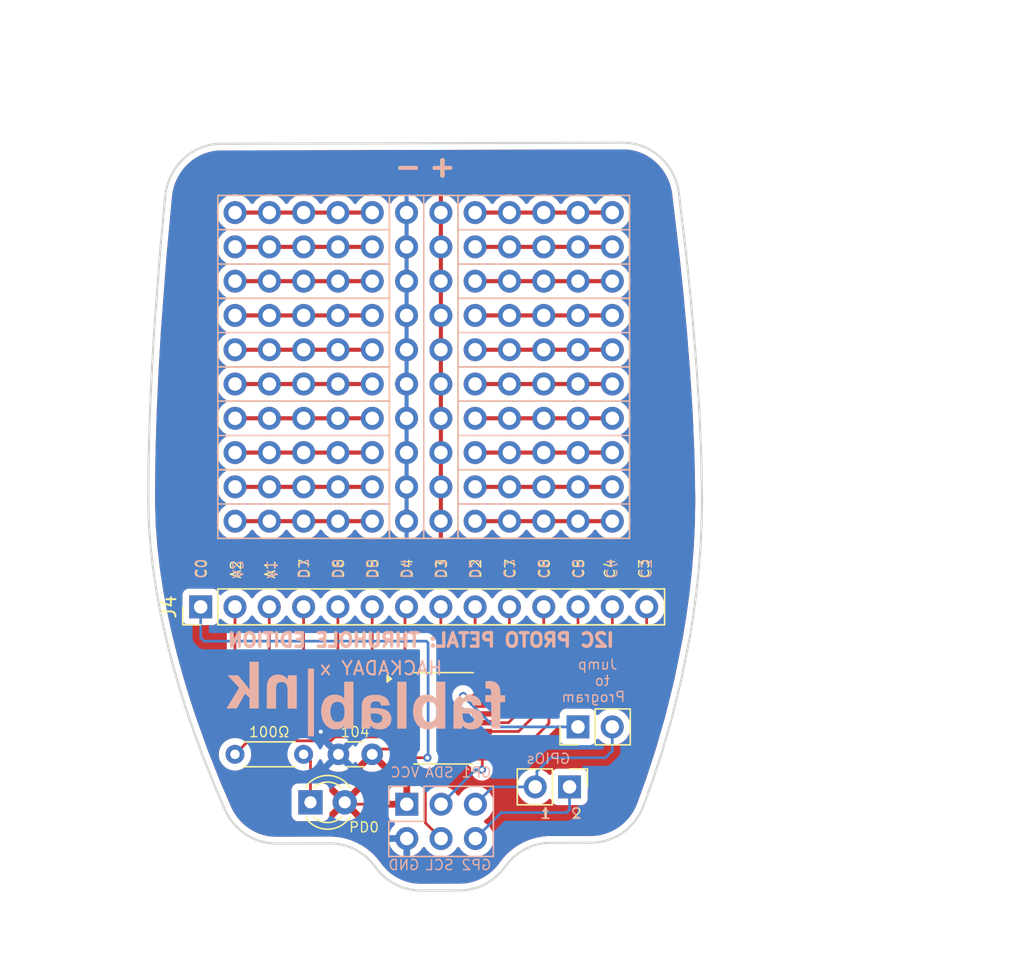
<source format=kicad_pcb>
(kicad_pcb (version 20240108) (generator "pcbnew") (generator_version "8.0")
  (layers (0 "F.Cu" signal) (31 "B.Cu" signal) (34 "B.Paste" user) (35 "F.Paste" user) (36 "B.SilkS" user "B.Silkscreen") (37 "F.SilkS" user "F.Silkscreen") (38 "B.Mask" user) (39 "F.Mask" user) (44 "Edge.Cuts" user))
  (net 0 "")
  (net 1 "GND")
  (net 2 "VCC")
  (net 3 "Net-(D1-K)")
  (net 4 "Net-(J1-SCL)")
  (net 5 "Net-(J1-GPIO1)")
  (net 6 "Net-(J1-SDA)")
  (net 7 "Net-(J1-GPIO2)")
  (net 8 "Net-(J2-Pin_1)")
  (net 9 "/PC0")
  (net 10 "Net-(U1-PD0)")
  (net 11 "/PA1")
  (net 12 "/PA2")
  (net 13 "/PD5")
  (net 14 "/PD4")
  (net 15 "/PD7")
  (net 16 "/PD6")
  (net 17 "/PD2")
  (net 18 "/PD3")
  (net 19 "/PC7")
  (net 20 "/PC5")
  (net 21 "/PC4")
  (net 22 "/PC6")
  (net 23 "/PC3")
  (net 24 "row1")
  (net 25 "row2")
  (net 26 "row3")
  (net 27 "row11")
  (footprint "Capacitor_THT:C_Disc_D3.0mm_W1.6mm_P2.50mm" (layer "F.Cu") (at 139.7 117.602 180)
    (property "Reference" "C1" (hide yes))
    (property "Value" "100 nF" (hide yes))
  )
  (footprint "Library:PinHeader_1x10_P2.54mm_Vertical" (layer "F.Cu") (at 144.785 77.47)
    (property "Reference" "REF**" (hide yes))
    (property "Value" "PinHeader_1x10_P2.54mm_Vertical" (hide yes))
  )
  (footprint "Library:PinHeader_1x05_P2.54mm_Row" (layer "F.Cu") (at 129.545 87.63 90)
    (property "Reference" "REF**" (hide yes))
    (property "Value" "PinHeader_1x05_P2.54mm_Row" (hide yes))
  )
  (footprint "Library:PinHeader_1x05_P2.54mm_Row" (layer "F.Cu") (at 157.48 90.17 -90)
    (property "Reference" "REF**" (hide yes))
    (property "Value" "PinHeader_1x05_P2.54mm_Row" (hide yes))
  )
  (footprint "Library:PinHeader_1x05_P2.54mm_Row" (layer "F.Cu") (at 129.545 77.47 90)
    (property "Reference" "REF**" (hide yes))
    (property "Value" "PinHeader_1x05_P2.54mm_Row" (hide yes))
  )
  (footprint "Library:PinHeader_1x05_P2.54mm_Row" (layer "F.Cu") (at 157.48 77.47 -90)
    (property "Reference" "REF**" (hide yes))
    (property "Value" "PinHeader_1x05_P2.54mm_Row" (hide yes))
  )
  (footprint "Library:PinHeader_1x05_P2.54mm_Row" (layer "F.Cu") (at 129.545 92.71 90)
    (property "Reference" "REF**" (hide yes))
    (property "Value" "PinHeader_1x05_P2.54mm_Row" (hide yes))
  )
  (footprint "Connector_PinHeader_2.54mm:PinHeader_1x02_P2.54mm_Vertical" (layer "F.Cu") (at 154.935 115.57 90)
    (property "Reference" "J2" (hide yes))
    (property "Value" "Programming: Jump Me")
  )
  (footprint "Library:PinHeader_1x05_P2.54mm_Row" (layer "F.Cu") (at 157.48 80.01 -90)
    (property "Reference" "REF**" (hide yes))
    (property "Value" "PinHeader_1x05_P2.54mm_Row" (hide yes))
  )
  (footprint "Library:PinHeader_1x05_P2.54mm_Row" (layer "F.Cu") (at 129.545 80.01 90)
    (property "Reference" "REF**" (hide yes))
    (property "Value" "PinHeader_1x05_P2.54mm_Row" (hide yes))
  )
  (footprint "Library:PinHeader_1x05_P2.54mm_Row" (layer "F.Cu") (at 157.48 97.79 -90)
    (property "Reference" "REF**" (hide yes))
    (property "Value" "PinHeader_1x05_P2.54mm_Row" (hide yes))
  )
  (footprint "Package_SO:TSSOP-20_4.4x6.5mm_P0.65mm" (layer "F.Cu") (at 144.9875 114.935)
    (property "Reference" "U1" (hide yes))
    (property "Value" "CH32V003FxPx" (hide yes))
  )
  (footprint "LED_THT:LED_D3.0mm" (layer "F.Cu") (at 135.128 121.158)
    (property "Reference" "D1" (hide yes))
    (property "Value" "LED")
  )
  (footprint "Library:PinHeader_1x05_P2.54mm_Row" (layer "F.Cu") (at 129.545 100.33 90)
    (property "Reference" "REF**" (hide yes))
    (property "Value" "PinHeader_1x05_P2.54mm_Row" (hide yes))
  )
  (footprint "Library:PinHeader_1x05_P2.54mm_Row" (layer "F.Cu") (at 129.545 97.79 90)
    (property "Reference" "REF**" (hide yes))
    (property "Value" "PinHeader_1x05_P2.54mm_Row" (hide yes))
  )
  (footprint "Library:PinHeader_1x05_P2.54mm_Row" (layer "F.Cu") (at 157.48 87.63 -90)
    (property "Reference" "REF**" (hide yes))
    (property "Value" "PinHeader_1x05_P2.54mm_Row" (hide yes))
  )
  (footprint "Library:PinHeader_1x05_P2.54mm_Row" (layer "F.Cu") (at 157.48 82.55 -90)
    (property "Reference" "REF**" (hide yes))
    (property "Value" "PinHeader_1x05_P2.54mm_Row" (hide yes))
  )
  (footprint "Library:PinHeader_1x05_P2.54mm_Row" (layer "F.Cu") (at 129.545 95.25 90)
    (property "Reference" "REF**" (hide yes))
    (property "Value" "PinHeader_1x05_P2.54mm_Row" (hide yes))
  )
  (footprint "Library:PinHeader_1x10_P2.54mm_Vertical" (layer "F.Cu") (at 142.245 77.47)
    (property "Reference" "REF**" (hide yes))
    (property "Value" "PinHeader_1x10_P2.54mm_Vertical" (hide yes))
  )
  (footprint "Library:PinHeader_1x05_P2.54mm_Row" (layer "F.Cu") (at 157.48 95.25 -90)
    (property "Reference" "REF**" (hide yes))
    (property "Value" "PinHeader_1x05_P2.54mm_Row" (hide yes))
  )
  (footprint "Library:PinHeader_1x05_P2.54mm_Row" (layer "F.Cu") (at 157.48 100.33 -90)
    (property "Reference" "REF**" (hide yes))
    (property "Value" "PinHeader_1x05_P2.54mm_Row" (hide yes))
  )
  (footprint "Connector_PinHeader_2.54mm:PinHeader_1x14_P2.54mm_Vertical" (layer "F.Cu") (at 127 106.68 90)
    (property "Reference" "J4")
    (property "Value" "Jumpers")
  )
  (footprint "Library:PinHeader_1x05_P2.54mm_Row" (layer "F.Cu") (at 129.545 82.55 90)
    (property "Reference" "REF**" (hide yes))
    (property "Value" "PinHeader_1x05_P2.54mm_Row" (hide yes))
  )
  (footprint "Fiducial:Fiducial_1mm_Mask2mm" (layer "F.Cu") (at 132.334 121.92)
    (property "Reference" "FID1" (hide yes))
    (property "Value" "Fiducial" (hide yes))
  )
  (footprint "Resistor_THT:R_Axial_DIN0204_L3.6mm_D1.6mm_P5.08mm_Horizontal" (layer "F.Cu") (at 134.62 117.602 180)
    (property "Reference" "R2" (hide yes))
    (property "Value" "100Ω")
  )
  (footprint "Library:PinHeader_1x05_P2.54mm_Row" (layer "F.Cu") (at 129.545 85.09 90)
    (property "Reference" "REF**" (hide yes))
    (property "Value" "PinHeader_1x05_P2.54mm_Row" (hide yes))
  )
  (footprint "Library:PinHeader_1x05_P2.54mm_Row" (layer "F.Cu") (at 157.48 85.09 -90)
    (property "Reference" "REF**" (hide yes))
    (property "Value" "PinHeader_1x05_P2.54mm_Row" (hide yes))
  )
  (footprint "Library:PinHeader_1x05_P2.54mm_Row" (layer "F.Cu") (at 157.48 92.71 -90)
    (property "Reference" "REF**" (hide yes))
    (property "Value" "PinHeader_1x05_P2.54mm_Row" (hide yes))
  )
  (footprint "Fiducial:Fiducial_1mm_Mask2mm" (layer "F.Cu") (at 157.734 120.015)
    (property "Reference" "FID2" (hide yes))
    (property "Value" "Fiducial" (hide yes))
  )
  (footprint "Connector_PinHeader_2.54mm:PinHeader_1x02_P2.54mm_Vertical" (layer "F.Cu") (at 154.31 120.015 -90)
    (property "Reference" "J3" (hide yes))
    (property "Value" "GPIOs")
  )
  (footprint "Library:PinHeader_1x05_P2.54mm_Row" (layer "F.Cu") (at 129.545 90.17 90)
    (property "Reference" "REF**" (hide yes))
    (property "Value" "PinHeader_1x05_P2.54mm_Row" (hide yes))
  )
  (footprint "Connector_PinHeader_2.54mm:PinHeader_2x03_P2.54mm_Vertical" (layer "B.Cu") (at 142.26 121.3 -90)
    (property "Reference" "J1" (hide yes))
    (property "Value" "Simple_Addon_v2" (hide yes))
  )
  (gr_poly (pts (xy 148.360634 112.171144) (xy 148.315211 112.172823) (xy 148.270407 112.175433) (xy 148.227154 112.178818) (xy 148.186381 112.182822) (xy 148.149019 112.187292) (xy 148.115998 112.192073) (xy 148.088248 112.197008) (xy 148.088248 112.739404) (xy 148.095841 112.739255) (xy 148.103725 112.738835) (xy 148.120287 112.737337) (xy 148.13778 112.735218) (xy 148.156047 112.732789) (xy 148.174935 112.73036) (xy 148.194288 112.728241) (xy 148.20409 112.727395) (xy 148.213951 112.726743) (xy 148.22385 112.726323) (xy 148.233769 112.726174) (xy 148.26959 112.727127) (xy 148.286473 112.728343) (xy 148.302679 112.730076) (xy 148.318217 112.732341) (xy 148.333094 112.735156) (xy 148.347317 112.738538) (xy 148.360893 112.742504) (xy 148.373829 112.74707) (xy 148.386133 112.752255) (xy 148.397813 112.758074) (xy 148.408874 112.764544) (xy 148.419325 112.771683) (xy 148.429173 112.779508) (xy 148.438425 112.788035) (xy 148.447089 112.797281) (xy 148.455171 112.807264) (xy 148.462679 112.818) (xy 148.46962 112.829507) (xy 148.476002 112.8418) (xy 148.481831 112.854898) (xy 148.487116 112.868817) (xy 148.491862 112.883575) (xy 148.496078 112.899187) (xy 148.499771 112.915671) (xy 148.502948 112.933045) (xy 148.505616 112.951324) (xy 148.507783 112.970526) (xy 148.510641 113.011767) (xy 148.511581 113.056903) (xy 148.511581 113.215654) (xy 148.075019 113.215654) (xy 148.075019 113.731591) (xy 148.511581 113.731591) (xy 148.511581 115.689507) (xy 149.186268 115.702736) (xy 149.186268 113.74482) (xy 149.543456 113.74482) (xy 149.543456 113.228883) (xy 149.186268 113.228883) (xy 149.186268 113.017216) (xy 149.183316 112.922683) (xy 149.174435 112.832705) (xy 149.159584 112.747494) (xy 149.149908 112.706743) (xy 149.138726 112.667263) (xy 149.126032 112.629082) (xy 149.111822 112.592226) (xy 149.096091 112.556721) (xy 149.078833 112.522595) (xy 149.060045 112.489874) (xy 149.039721 112.458584) (xy 149.017856 112.428753) (xy 148.994446 112.400406) (xy 148.969485 112.373571) (xy 148.942969 112.348274) (xy 148.914894 112.324542) (xy 148.885253 112.302402) (xy 148.854043 112.281879) (xy 148.821258 112.263002) (xy 148.786894 112.245795) (xy 148.750946 112.230287) (xy 148.713409 112.216504) (xy 148.674278 112.204472) (xy 148.633548 112.194217) (xy 148.591214 112.185768) (xy 148.547272 112.17915) (xy 148.501717 112.174389) (xy 148.454544 112.171514) (xy 148.405748 112.170549)) (stroke (width -0.000001)) (fill solid) (layer "B.SilkS"))
  (gr_poly (pts (xy 134.938456 116.271591) (xy 135.388248 116.271591) (xy 135.388248 111.244507) (xy 134.938456 111.244507)) (stroke (width -0.000001)) (fill solid) (layer "B.SilkS"))
  (gr_poly (pts (xy 132.670541 111.695267) (xy 132.626084 111.698165) (xy 132.582621 111.702987) (xy 132.540182 111.709724) (xy 132.498799 111.718371) (xy 132.458504 111.728919) (xy 132.419328 111.741361) (xy 132.381303 111.75569) (xy 132.344459 111.7719) (xy 132.30883 111.789981) (xy 132.274445 111.809928) (xy 132.241337 111.831732) (xy 132.209537 111.855388) (xy 132.179076 111.880886) (xy 132.149987 111.908221) (xy 132.1223 111.937385) (xy 132.096047 111.96837) (xy 132.07126 112.00117) (xy 132.047969 112.035776) (xy 132.026208 112.072183) (xy 132.006006 112.110382) (xy 131.987395 112.150366) (xy 131.970408 112.192128) (xy 131.955075 112.235661) (xy 131.941428 112.280958) (xy 131.929498 112.32801) (xy 131.919317 112.376812) (xy 131.910917 112.427355) (xy 131.904329 112.479632) (xy 131.899584 112.533637) (xy 131.896714 112.589362) (xy 131.89575 112.646799) (xy 131.89575 114.22107) (xy 132.583668 114.22107) (xy 132.583668 112.726174) (xy 132.584782 112.675043) (xy 132.588241 112.625948) (xy 132.594219 112.579061) (xy 132.602891 112.534558) (xy 132.614431 112.492613) (xy 132.621331 112.472654) (xy 132.629014 112.4534) (xy 132.6375 112.434873) (xy 132.646813 112.417094) (xy 132.656973 112.400086) (xy 132.668003 112.383869) (xy 132.679925 112.368467) (xy 132.69276 112.3539) (xy 132.706529 112.340191) (xy 132.721256 112.327361) (xy 132.736961 112.315432) (xy 132.753667 112.304427) (xy 132.771395 112.294365) (xy 132.790167 112.285271) (xy 132.810004 112.277164) (xy 132.83093 112.270068) (xy 132.852965 112.264004) (xy 132.876131 112.258993) (xy 132.90045 112.255058) (xy 132.925944 112.25222) (xy 132.952634 112.250502) (xy 132.980543 112.249924) (xy 133.008604 112.250393) (xy 133.035737 112.251813) (xy 133.061944 112.254208) (xy 133.087229 112.257598) (xy 133.111593 112.262005) (xy 133.135039 112.267452) (xy 133.157569 112.27396) (xy 133.179186 112.28155) (xy 133.199893 112.290245) (xy 133.219691 112.300066) (xy 133.238583 112.311036) (xy 133.256571 112.323175) (xy 133.273659 112.336507) (xy 133.289848 112.351052) (xy 133.30514 112.366832) (xy 133.319539 112.383869) (xy 133.333046 112.402186) (xy 133.345664 112.421803) (xy 133.357396 112.442743) (xy 133.368243 112.465027) (xy 133.378209 112.488678) (xy 133.387296 112.513716) (xy 133.395505 112.540164) (xy 133.402841 112.568044) (xy 133.409304 112.597377) (xy 133.414897 112.628186) (xy 133.419623 112.660491) (xy 133.423485 112.694315) (xy 133.426484 112.72968) (xy 133.428624 112.766608) (xy 133.430332 112.845236) (xy 133.430332 114.22107) (xy 134.11825 114.22107) (xy 134.11825 111.747216) (xy 133.456791 111.747216) (xy 133.451856 111.776594) (xy 133.447076 111.813568) (xy 133.442605 111.855814) (xy 133.4386 111.901005) (xy 133.435216 111.946816) (xy 133.432606 111.990922) (xy 133.430926 112.030997) (xy 133.430332 112.064716) (xy 133.414025 112.034394) (xy 133.394753 112.003221) (xy 133.372342 111.971582) (xy 133.346617 111.939865) (xy 133.317403 111.908459) (xy 133.301434 111.892993) (xy 133.284527 111.87775) (xy 133.266661 111.862779) (xy 133.247815 111.848127) (xy 133.227965 111.833843) (xy 133.20709 111.819976) (xy 133.185169 111.806574) (xy 133.16218 111.793686) (xy 133.138101 111.781359) (xy 133.11291 111.769643) (xy 133.086586 111.758586) (xy 133.059105 111.748236) (xy 133.030448 111.738642) (xy 133.000592 111.729852) (xy 132.969515 111.721915) (xy 132.937195 111.714879) (xy 132.90361 111.708792) (xy 132.86874 111.703704) (xy 132.832561 111.699662) (xy 132.795053 111.696715) (xy 132.756193 111.694911) (xy 132.715959 111.694299)) (stroke (width -0.000001)) (fill solid) (layer "B.SilkS"))
  (gr_poly (pts (xy 139.818638 113.192309) (xy 139.705402 113.201701) (xy 139.599453 113.21745) (xy 139.500867 113.239632) (xy 139.45436 113.25316) (xy 139.409723 113.268325) (xy 139.366965 113.285138) (xy 139.326097 113.303607) (xy 139.287129 113.323743) (xy 139.250069 113.345555) (xy 139.214927 113.369054) (xy 139.181714 113.394248) (xy 139.150438 113.421147) (xy 139.12111 113.449761) (xy 139.093739 113.4801) (xy 139.068336 113.512173) (xy 139.044908 113.545991) (xy 139.023468 113.581562) (xy 139.004023 113.618896) (xy 138.986584 113.658004) (xy 138.97116 113.698895) (xy 138.957761 113.741578) (xy 138.946397 113.786063) (xy 138.937078 113.83236) (xy 138.929812 113.880479) (xy 138.924611 113.930429) (xy 138.921483 113.982221) (xy 138.920438 114.035862) (xy 138.920436 115.067737) (xy 138.918162 115.259973) (xy 138.912168 115.45469) (xy 138.908163 115.541351) (xy 138.903693 115.61468) (xy 138.898913 115.670025) (xy 138.893978 115.702736) (xy 139.542208 115.702736) (xy 139.547168 115.680025) (xy 139.552129 115.652507) (xy 139.562051 115.588635) (xy 139.571973 115.522282) (xy 139.576934 115.491664) (xy 139.581895 115.464611) (xy 139.600085 115.489681) (xy 139.620135 115.515099) (xy 139.642356 115.540595) (xy 139.667057 115.565897) (xy 139.680435 115.578391) (xy 139.694549 115.590734) (xy 139.709438 115.602894) (xy 139.725142 115.614835) (xy 139.741698 115.626524) (xy 139.759145 115.637928) (xy 139.777522 115.649012) (xy 139.796869 115.659742) (xy 139.817223 115.670084) (xy 139.838623 115.680005) (xy 139.861109 115.689471) (xy 139.884719 115.698447) (xy 139.909491 115.706901) (xy 139.935465 115.714797) (xy 139.962679 115.722102) (xy 139.991172 115.728782) (xy 140.020983 115.734803) (xy 140.05215 115.740131) (xy 140.084713 115.744733) (xy 140.11871 115.748574) (xy 140.154179 115.75162) (xy 140.19116 115.753838) (xy 140.229691 115.755194) (xy 140.269812 115.755653) (xy 140.324617 115.754503) (xy 140.377424 115.751106) (xy 140.42825 115.745538) (xy 140.477111 115.737877) (xy 140.524025 115.7282) (xy 140.569008 115.716586) (xy 140.612078 115.703111) (xy 140.65325 115.687854) (xy 140.692544 115.670891) (xy 140.729974 115.6523) (xy 140.765558 115.63216) (xy 140.799314 115.610546) (xy 140.831258 115.587537) (xy 140.861406 115.56321) (xy 140.889777 115.537643) (xy 140.916387 115.510914) (xy 140.941252 115.483099) (xy 140.964391 115.454276) (xy 140.985819 115.424524) (xy 141.005554 115.393918) (xy 141.023613 115.362538) (xy 141.040013 115.33046) (xy 141.05477 115.297761) (xy 141.067902 115.264521) (xy 141.089357 115.196721) (xy 141.104515 115.127681) (xy 141.11351 115.058022) (xy 141.116478 114.988362) (xy 141.115461 114.948674) (xy 140.44179 114.948674) (xy 140.44054 114.980729) (xy 140.436751 115.012262) (xy 140.433887 115.027765) (xy 140.430366 115.043058) (xy 140.426181 115.058113) (xy 140.421326 115.072904) (xy 140.415792 115.087404) (xy 140.409573 115.101588) (xy 140.402661 115.115427) (xy 140.395048 115.128895) (xy 140.386729 115.141967) (xy 140.377695 115.154614) (xy 140.367939 115.166811) (xy 140.357454 115.178531) (xy 140.346232 115.189746) (xy 140.334267 115.200432) (xy 140.321551 115.21056) (xy 140.308077 115.220104) (xy 140.293838 115.229038) (xy 140.278825 115.237335) (xy 140.263033 115.244968) (xy 140.246453 115.251911) (xy 140.229079 115.258137) (xy 140.210903 115.263619) (xy 140.191918 115.268331) (xy 140.172117 115.272246) (xy 140.151492 115.275337) (xy 140.130036 115.277578) (xy 140.107742 115.278942) (xy 140.084603 115.279403) (xy 140.044789 115.278521) (xy 140.007163 115.275908) (xy 139.971663 115.27162) (xy 139.938229 115.265709) (xy 139.906802 115.258228) (xy 139.877319 115.249231) (xy 139.849721 115.23877) (xy 139.823947 115.2269) (xy 139.799936 115.213673) (xy 139.777629 115.199143) (xy 139.756963 115.183363) (xy 139.73788 115.166387) (xy 139.720318 115.148267) (xy 139.704216 115.129057) (xy 139.689514 115.10881) (xy 139.676152 115.08758) (xy 139.664069 115.06542) (xy 139.653205 115.042383) (xy 139.643498 115.018522) (xy 139.634889 114.993891) (xy 139.627316 114.968543) (xy 139.62072 114.942531) (xy 139.610214 114.888729) (xy 139.602885 114.832912) (xy 139.598251 114.775506) (xy 139.595825 114.716937) (xy 139.595124 114.657632) (xy 139.595123 114.578257) (xy 139.872935 114.578257) (xy 139.946907 114.579801) (xy 140.015123 114.584407) (xy 140.077719 114.592036) (xy 140.134831 114.602649) (xy 140.186595 114.616207) (xy 140.233146 114.632673) (xy 140.254509 114.641983) (xy 140.274619 114.652006) (xy 140.293495 114.662736) (xy 140.311151 114.674169) (xy 140.327607 114.686299) (xy 140.342877 114.699122) (xy 140.356981 114.712633) (xy 140.369933 114.726827) (xy 140.381752 114.741699) (xy 140.392455 114.757245) (xy 140.402057 114.773459) (xy 140.410577 114.790337) (xy 140.418031 114.807874) (xy 140.424436 114.826065) (xy 140.429809 114.844905) (xy 140.434167 114.864389) (xy 140.439907 114.905272) (xy 140.44179 114.948674) (xy 141.115461 114.948674) (xy 141.115165 114.937124) (xy 141.111249 114.887586) (xy 141.10476 114.839744) (xy 141.09573 114.793593) (xy 141.08419 114.749128) (xy 141.070173 114.706344) (xy 141.053708 114.665236) (xy 141.034829 114.6258) (xy 141.013566 114.58803) (xy 140.989951 114.551922) (xy 140.964016 114.517471) (xy 140.935791 114.484671) (xy 140.905309 114.453519) (xy 140.872601 114.42401) (xy 140.837698 114.396138) (xy 140.800631 114.369898) (xy 140.761434 114.345286) (xy 140.720136 114.322298) (xy 140.676769 114.300927) (xy 140.631365 114.28117) (xy 140.583956 114.263021) (xy 140.534572 114.246475) (xy 140.483246 114.231529) (xy 140.430008 114.218176) (xy 140.374891 114.206412) (xy 140.317925 114.196233) (xy 140.259143 114.187633) (xy 140.198575 114.180607) (xy 140.136254 114.175151) (xy 140.07221 114.17126) (xy 139.939082 114.168153) (xy 139.581895 114.168153) (xy 139.581895 114.022633) (xy 139.582715 113.990429) (xy 139.585357 113.958477) (xy 139.590092 113.927028) (xy 139.597191 113.896336) (xy 139.601712 113.881351) (xy 139.606926 113.866651) (xy 139.612866 113.852265) (xy 139.619567 113.838225) (xy 139.627062 113.824564) (xy 139.635386 113.811312) (xy 139.644573 113.7985) (xy 139.654655 113.786161) (xy 139.665668 113.774326) (xy 139.677645 113.763027) (xy 139.69062 113.752294) (xy 139.704626 113.742159) (xy 139.719699 113.732654) (xy 139.735871 113.723811) (xy 139.753177 113.71566) (xy 139.771651 113.708233) (xy 139.791326 113.701563) (xy 139.812236 113.695679) (xy 139.834416 113.690615) (xy 139.857899 113.6864) (xy 139.882719 113.683067) (xy 139.90891 113.680648) (xy 139.936506 113.679173) (xy 139.965541 113.678675) (xy 139.992173 113.679022) (xy 140.017521 113.680057) (xy 140.041619 113.68177) (xy 140.064501 113.684152) (xy 140.086201 113.687193) (xy 140.106753 113.690883) (xy 140.126191 113.695213) (xy 140.144548 113.700172) (xy 140.161859 113.705751) (xy 140.178157 113.711941) (xy 140.193476 113.718732) (xy 140.207851 113.726114) (xy 140.221316 113.734077) (xy 140.233903 113.742611) (xy 140.245647 113.751708) (xy 140.256582 113.761357) (xy 140.266742 113.771549) (xy 140.276161 113.782273) (xy 140.284873 113.793521) (xy 140.292911 113.805282) (xy 140.30031 113.817547) (xy 140.307103 113.830306) (xy 140.319008 113.857268) (xy 140.328897 113.886091) (xy 140.337043 113.916696) (xy 140.343716 113.949007) (xy 140.349187 113.982945) (xy 140.997416 113.982945) (xy 140.987275 113.902088) (xy 140.971475 113.823498) (xy 140.961332 113.78518) (xy 140.949628 113.747582) (xy 140.936317 113.710754) (xy 140.921348 113.674747) (xy 140.904675 113.639612) (xy 140.886247 113.605401) (xy 140.866018 113.572163) (xy 140.843937 113.539949) (xy 140.819958 113.508811) (xy 140.794031 113.4788) (xy 140.766108 113.449966) (xy 140.73614 113.422359) (xy 140.70408 113.396032) (xy 140.669878 113.371035) (xy 140.633487 113.347419) (xy 140.594857 113.325234) (xy 140.55394 113.304531) (xy 140.510689 113.285362) (xy 140.465054 113.267777) (xy 140.416987 113.251827) (xy 140.366439 113.237563) (xy 140.313363 113.225036) (xy 140.257709 113.214297) (xy 140.199429 113.205396) (xy 140.138475 113.198385) (xy 140.074798 113.193313) (xy 140.00835 113.190233) (xy 139.939083 113.189196)) (stroke (width -0.000001)) (fill solid) (layer "B.SilkS"))
  (gr_poly (pts (xy 141.55304 115.702736) (xy 142.240956 115.702736) (xy 142.240956 112.223466) (xy 141.55304 112.223466)) (stroke (width -0.000001)) (fill solid) (layer "B.SilkS"))
  (gr_poly (pts (xy 144.423768 113.493466) (xy 144.402814 113.463739) (xy 144.379534 113.434245) (xy 144.353773 113.405215) (xy 144.325377 113.376884) (xy 144.310142 113.363052) (xy 144.29419 113.349482) (xy 144.277502 113.336203) (xy 144.260058 113.323244) (xy 144.241839 113.310633) (xy 144.222825 113.2984) (xy 144.202997 113.286574) (xy 144.182336 113.275184) (xy 144.160823 113.26426) (xy 144.138437 113.253829) (xy 144.11516 113.243922) (xy 144.090973 113.234567) (xy 144.065855 113.225793) (xy 144.039787 113.21763) (xy 144.012751 113.210106) (xy 143.984726 113.203251) (xy 143.955693 113.197093) (xy 143.925634 113.191662) (xy 143.894528 113.186987) (xy 143.862356 113.183097) (xy 143.829099 113.180021) (xy 143.794737 113.177787) (xy 143.759252 113.176426) (xy 143.722623 113.175966) (xy 143.660378 113.177581) (xy 143.600146 113.182374) (xy 143.541925 113.190267) (xy 143.485712 113.201184) (xy 143.431505 113.215046) (xy 143.379301 113.231776) (xy 143.329097 113.251297) (xy 143.280893 113.273531) (xy 143.234684 113.2984) (xy 143.190469 113.325827) (xy 143.148244 113.355735) (xy 143.108009 113.388046) (xy 143.06976 113.422682) (xy 143.033495 113.459566) (xy 142.999211 113.49862) (xy 142.966907 113.539768) (xy 142.936579 113.58293) (xy 142.908225 113.628031) (xy 142.881843 113.674992) (xy 142.85743 113.723736) (xy 142.834984 113.774185) (xy 142.814503 113.826262) (xy 142.795984 113.879889) (xy 142.779424 113.934989) (xy 142.764822 113.991484) (xy 142.752175 114.049297) (xy 142.74148 114.108351) (xy 142.732735 114.168567) (xy 142.725937 114.229868) (xy 142.721085 114.292177) (xy 142.717206 114.419507) (xy 142.721392 114.547878) (xy 142.733949 114.674427) (xy 142.754878 114.798263) (xy 142.784179 114.918495) (xy 142.821851 115.034231) (xy 142.867894 115.144579) (xy 142.92231 115.248649) (xy 142.952657 115.298051) (xy 142.985096 115.345549) (xy 143.019629 115.391031) (xy 143.056255 115.434387) (xy 143.094973 115.475505) (xy 143.135785 115.514272) (xy 143.178689 115.550579) (xy 143.223686 115.584313) (xy 143.270777 115.615363) (xy 143.31996 115.643618) (xy 143.371236 115.668966) (xy 143.424604 115.691296) (xy 143.480066 115.710497) (xy 143.537621 115.726456) (xy 143.597268 115.739062) (xy 143.659009 115.748205) (xy 143.722842 115.753772) (xy 143.788768 115.755653) (xy 143.855783 115.754419) (xy 143.918088 115.750744) (xy 143.975937 115.744665) (xy 144.02958 115.736222) (xy 144.079271 115.725454) (xy 144.125259 115.7124) (xy 144.167799 115.697097) (xy 144.207141 115.679585) (xy 144.243537 115.659903) (xy 144.27724 115.638089) (xy 144.308501 115.614182) (xy 144.337572 115.588221) (xy 144.364706 115.560245) (xy 144.390153 115.530292) (xy 144.414166 115.498401) (xy 144.436998 115.464611) (xy 144.437592 115.494919) (xy 144.439272 115.526002) (xy 144.441881 115.557396) (xy 144.445266 115.588634) (xy 144.449271 115.619252) (xy 144.453741 115.648786) (xy 144.458521 115.676768) (xy 144.463456 115.702736) (xy 145.111685 115.702736) (xy 145.111685 114.472423) (xy 144.450227 114.472423) (xy 144.448793 114.548178) (xy 144.444336 114.621432) (xy 144.436623 114.691858) (xy 144.425422 114.759124) (xy 144.410501 114.822903) (xy 144.391626 114.882864) (xy 144.368565 114.938677) (xy 144.355393 114.964926) (xy 144.341086 114.990015) (xy 144.325617 115.013902) (xy 144.308957 115.036546) (xy 144.291075 115.057907) (xy 144.271943 115.077942) (xy 144.251533 115.096612) (xy 144.229814 115.113873) (xy 144.206758 115.129687) (xy 144.182336 115.144011) (xy 144.156519 115.156803) (xy 144.129277 115.168024) (xy 144.100583 115.177631) (xy 144.070405 115.185584) (xy 144.038716 115.191842) (xy 144.005487 115.196362) (xy 143.970687 115.199105) (xy 143.934289 115.200028) (xy 143.902509 115.200342) (xy 143.871664 115.198823) (xy 143.841759 115.195497) (xy 143.812798 115.19039) (xy 143.784787 115.18353) (xy 143.75773 115.174942) (xy 143.731633 115.164654) (xy 143.7065 115.152692) (xy 143.682335 115.139083) (xy 143.659145 115.123854) (xy 143.636933 115.10703) (xy 143.615704 115.088639) (xy 143.595464 115.068708) (xy 143.576217 115.047263) (xy 143.557968 115.02433) (xy 143.540722 114.999937) (xy 143.524483 114.97411) (xy 143.509257 114.946875) (xy 143.495049 114.918259) (xy 143.481862 114.88829) (xy 143.469703 114.856993) (xy 143.458575 114.824395) (xy 143.448485 114.790523) (xy 143.439436 114.755404) (xy 143.431433 114.719064) (xy 143.424482 114.681529) (xy 143.418587 114.642827) (xy 143.413753 114.602984) (xy 143.409984 114.562027) (xy 143.407287 114.519982) (xy 143.405664 114.476876) (xy 143.405123 114.432736) (xy 143.406993 114.35713) (xy 143.412642 114.284296) (xy 143.422128 114.214523) (xy 143.435509 114.148102) (xy 143.452843 114.085325) (xy 143.474188 114.026482) (xy 143.499604 113.971863) (xy 143.513855 113.946229) (xy 143.529146 113.921759) (xy 143.545484 113.898492) (xy 143.562875 113.876462) (xy 143.581327 113.855706) (xy 143.600847 113.836261) (xy 143.621443 113.818162) (xy 143.643122 113.801447) (xy 143.665891 113.786151) (xy 143.689757 113.772311) (xy 143.714727 113.759963) (xy 143.74081 113.749144) (xy 143.768012 113.739889) (xy 143.796339 113.732236) (xy 143.825801 113.72622) (xy 143.856404 113.721878) (xy 143.888154 113.719246) (xy 143.92106 113.718361) (xy 143.957496 113.719097) (xy 143.992406 113.721306) (xy 144.025814 113.724988) (xy 144.057745 113.730143) (xy 144.088222 113.736771) (xy 144.117269 113.744871) (xy 144.144912 113.754444) (xy 144.171174 113.76549) (xy 144.19608 113.778008) (xy 144.219653 113.792) (xy 144.241919 113.807464) (xy 144.2629 113.824401) (xy 144.282622 113.842811) (xy 144.301108 113.862693) (xy 144.318384 113.884049) (xy 144.334472 113.906877) (xy 144.349398 113.931177) (xy 144.363185 113.956951) (xy 144.375857 113.984198) (xy 144.38744 114.012917) (xy 144.397957 114.043109) (xy 144.407433 114.074773) (xy 144.415891 114.107911) (xy 144.423355 114.142521) (xy 144.429851 114.178604) (xy 144.435402 114.21616) (xy 144.443768 114.29569) (xy 144.448645 114.381111) (xy 144.450227 114.472423) (xy 145.111685 114.472423) (xy 145.111685 112.223466) (xy 144.423768 112.223466)) (stroke (width -0.000001)) (fill solid) (layer "B.SilkS"))
  (gr_poly (pts (xy 146.618428 113.192309) (xy 146.505192 113.201701) (xy 146.399242 113.21745) (xy 146.300657 113.239632) (xy 146.254149 113.25316) (xy 146.209512 113.268325) (xy 146.166755 113.285138) (xy 146.125887 113.303607) (xy 146.086918 113.323743) (xy 146.049858 113.345555) (xy 146.014716 113.369054) (xy 145.981503 113.394248) (xy 145.950227 113.421147) (xy 145.920899 113.449761) (xy 145.893529 113.4801) (xy 145.868125 113.512173) (xy 145.844698 113.545991) (xy 145.823257 113.581562) (xy 145.803812 113.618896) (xy 145.786373 113.658004) (xy 145.770949 113.698895) (xy 145.75755 113.741578) (xy 145.746186 113.786063) (xy 145.736867 113.83236) (xy 145.729601 113.880479) (xy 145.7244 113.930429) (xy 145.721272 113.982221) (xy 145.720227 114.035862) (xy 145.720227 115.067737) (xy 145.717953 115.259973) (xy 145.711959 115.45469) (xy 145.707954 115.541351) (xy 145.703484 115.61468) (xy 145.698704 115.670025) (xy 145.693768 115.702736) (xy 146.341998 115.702736) (xy 146.346959 115.680025) (xy 146.35192 115.652507) (xy 146.361842 115.588635) (xy 146.371763 115.522282) (xy 146.376724 115.491664) (xy 146.381685 115.464611) (xy 146.399875 115.489681) (xy 146.419926 115.515099) (xy 146.442147 115.540595) (xy 146.466848 115.565897) (xy 146.480226 115.578391) (xy 146.49434 115.590734) (xy 146.509229 115.602894) (xy 146.524932 115.614835) (xy 146.541488 115.626524) (xy 146.558935 115.637928) (xy 146.577313 115.649012) (xy 146.596659 115.659742) (xy 146.617013 115.670084) (xy 146.638414 115.680005) (xy 146.660899 115.689471) (xy 146.684509 115.698447) (xy 146.709282 115.706901) (xy 146.735255 115.714797) (xy 146.762469 115.722102) (xy 146.790963 115.728782) (xy 146.820773 115.734803) (xy 146.851941 115.740131) (xy 146.884503 115.744733) (xy 146.9185 115.748574) (xy 146.953969 115.75162) (xy 146.99095 115.753838) (xy 147.029482 115.755194) (xy 147.069602 115.755653) (xy 147.124408 115.754503) (xy 147.177215 115.751106) (xy 147.228041 115.745538) (xy 147.276902 115.737877) (xy 147.323816 115.7282) (xy 147.368799 115.716586) (xy 147.411868 115.703111) (xy 147.453041 115.687854) (xy 147.492334 115.670891) (xy 147.529764 115.6523) (xy 147.565349 115.63216) (xy 147.599105 115.610546) (xy 147.631048 115.587537) (xy 147.661197 115.56321) (xy 147.689568 115.537643) (xy 147.716177 115.510914) (xy 147.741043 115.483099) (xy 147.764182 115.454276) (xy 147.78561 115.424524) (xy 147.805345 115.393918) (xy 147.823404 115.362538) (xy 147.839804 115.33046) (xy 147.854561 115.297761) (xy 147.867693 115.264521) (xy 147.889148 115.196721) (xy 147.904305 115.127681) (xy 147.9133 115.058022) (xy 147.916269 114.988362) (xy 147.915252 114.948674) (xy 147.241581 114.948674) (xy 147.240331 114.980729) (xy 147.236542 115.012262) (xy 147.233678 115.027765) (xy 147.230157 115.043058) (xy 147.225973 115.058113) (xy 147.221117 115.072904) (xy 147.215583 115.087404) (xy 147.209364 115.101588) (xy 147.202452 115.115427) (xy 147.19484 115.128895) (xy 147.18652 115.141967) (xy 147.177486 115.154614) (xy 147.16773 115.166811) (xy 147.157245 115.178531) (xy 147.146024 115.189746) (xy 147.134058 115.200432) (xy 147.121342 115.21056) (xy 147.107868 115.220104) (xy 147.093628 115.229038) (xy 147.078616 115.237335) (xy 147.062824 115.244968) (xy 147.046244 115.251911) (xy 147.02887 115.258137) (xy 147.010694 115.263619) (xy 146.991709 115.268331) (xy 146.971907 115.272246) (xy 146.951282 115.275337) (xy 146.929827 115.277578) (xy 146.907533 115.278942) (xy 146.884393 115.279403) (xy 146.844579 115.278521) (xy 146.806953 115.275908) (xy 146.771453 115.27162) (xy 146.73802 115.265709) (xy 146.706592 115.258228) (xy 146.677109 115.249231) (xy 146.649511 115.23877) (xy 146.623737 115.2269) (xy 146.599727 115.213673) (xy 146.577419 115.199143) (xy 146.556754 115.183363) (xy 146.53767 115.166387) (xy 146.520108 115.148267) (xy 146.504006 115.129057) (xy 146.489305 115.10881) (xy 146.475943 115.08758) (xy 146.46386 115.06542) (xy 146.452995 115.042383) (xy 146.443289 115.018522) (xy 146.434679 114.993891) (xy 146.427107 114.968543) (xy 146.42051 114.942531) (xy 146.410004 114.888729) (xy 146.402675 114.832912) (xy 146.398041 114.775506) (xy 146.395615 114.716937) (xy 146.394914 114.657632) (xy 146.394915 114.578257) (xy 146.672727 114.578257) (xy 146.746699 114.579801) (xy 146.814915 114.584407) (xy 146.877511 114.592036) (xy 146.934623 114.602649) (xy 146.986387 114.616207) (xy 147.032937 114.632673) (xy 147.0543 114.641983) (xy 147.074411 114.652006) (xy 147.093286 114.662736) (xy 147.110943 114.674169) (xy 147.127398 114.686299) (xy 147.142669 114.699122) (xy 147.156772 114.712633) (xy 147.169725 114.726827) (xy 147.181544 114.741699) (xy 147.192246 114.757245) (xy 147.201849 114.773459) (xy 147.210368 114.790337) (xy 147.217822 114.807874) (xy 147.224227 114.826065) (xy 147.2296 114.844905) (xy 147.233959 114.864389) (xy 147.239698 114.905272) (xy 147.241581 114.948674) (xy 147.915252 114.948674) (xy 147.914956 114.937124) (xy 147.91104 114.887586) (xy 147.90455 114.839744) (xy 147.89552 114.793593) (xy 147.883981 114.749128) (xy 147.869963 114.706344) (xy 147.853499 114.665236) (xy 147.83462 114.6258) (xy 147.813357 114.58803) (xy 147.789742 114.551922) (xy 147.763806 114.517471) (xy 147.735582 114.484671) (xy 147.7051 114.453519) (xy 147.672391 114.42401) (xy 147.637488 114.396138) (xy 147.600422 114.369898) (xy 147.561224 114.345286) (xy 147.519926 114.322298) (xy 147.47656 114.300927) (xy 147.431156 114.28117) (xy 147.383747 114.263021) (xy 147.334363 114.246475) (xy 147.283037 114.231529) (xy 147.229799 114.218176) (xy 147.174682 114.206412) (xy 147.117716 114.196233) (xy 147.058934 114.187633) (xy 146.998366 114.180607) (xy 146.936045 114.175151) (xy 146.872001 114.17126) (xy 146.738873 114.168153) (xy 146.381685 114.168153) (xy 146.381685 114.022633) (xy 146.382506 113.990429) (xy 146.385148 113.958477) (xy 146.389882 113.927028) (xy 146.396981 113.896336) (xy 146.401502 113.881351) (xy 146.406716 113.866651) (xy 146.412656 113.852265) (xy 146.419357 113.838225) (xy 146.426853 113.824564) (xy 146.435177 113.811312) (xy 146.444363 113.7985) (xy 146.454446 113.786161) (xy 146.465458 113.774326) (xy 146.477435 113.763027) (xy 146.49041 113.752294) (xy 146.504417 113.742159) (xy 146.519489 113.732654) (xy 146.535662 113.723811) (xy 146.552968 113.71566) (xy 146.571441 113.708233) (xy 146.591116 113.701563) (xy 146.612027 113.695679) (xy 146.634206 113.690615) (xy 146.657689 113.6864) (xy 146.682509 113.683067) (xy 146.7087 113.680648) (xy 146.736296 113.679173) (xy 146.765331 113.678675) (xy 146.791963 113.679022) (xy 146.817311 113.680057) (xy 146.841409 113.68177) (xy 146.864292 113.684152) (xy 146.885992 113.687193) (xy 146.906544 113.690883) (xy 146.925981 113.695213) (xy 146.944338 113.700172) (xy 146.961649 113.705751) (xy 146.977948 113.711941) (xy 146.993267 113.718732) (xy 147.007642 113.726114) (xy 147.021106 113.734077) (xy 147.033694 113.742611) (xy 147.045438 113.751708) (xy 147.056373 113.761357) (xy 147.066533 113.771549) (xy 147.075952 113.782273) (xy 147.084663 113.793521) (xy 147.092702 113.805282) (xy 147.1001 113.817547) (xy 147.106893 113.830306) (xy 147.118798 113.857268) (xy 147.128688 113.886091) (xy 147.136833 113.916696) (xy 147.143506 113.949007) (xy 147.148977 113.982945) (xy 147.797206 113.982945) (xy 147.787065 113.902088) (xy 147.771265 113.823498) (xy 147.761122 113.78518) (xy 147.749419 113.747582) (xy 147.736107 113.710754) (xy 147.721139 113.674747) (xy 147.704465 113.639612) (xy 147.686037 113.605401) (xy 147.665808 113.572163) (xy 147.643727 113.539949) (xy 147.619748 113.508811) (xy 147.593821 113.4788) (xy 147.565898 113.449966) (xy 147.53593 113.422359) (xy 147.50387 113.396032) (xy 147.469668 113.371035) (xy 147.433277 113.347419) (xy 147.394647 113.325234) (xy 147.353731 113.304531) (xy 147.310479 113.285362) (xy 147.264844 113.267777) (xy 147.216777 113.251827) (xy 147.166229 113.237563) (xy 147.113152 113.225036) (xy 147.057499 113.214297) (xy 146.999219 113.205396) (xy 146.938265 113.198385) (xy 146.874588 113.193313) (xy 146.80814 113.190233) (xy 146.738873 113.189196)) (stroke (width -0.000001)) (fill solid) (layer "B.SilkS"))
  (gr_poly (pts (xy 137.623979 113.493466) (xy 137.603024 113.463739) (xy 137.579743 113.434245) (xy 137.553982 113.405215) (xy 137.525586 113.376884) (xy 137.510351 113.363052) (xy 137.494399 113.349482) (xy 137.477711 113.336203) (xy 137.460267 113.323244) (xy 137.442048 113.310633) (xy 137.423034 113.2984) (xy 137.403207 113.286574) (xy 137.382546 113.275184) (xy 137.361032 113.26426) (xy 137.338646 113.253829) (xy 137.315369 113.243922) (xy 137.291182 113.234567) (xy 137.266064 113.225793) (xy 137.239996 113.21763) (xy 137.21296 113.210106) (xy 137.184935 113.203251) (xy 137.155903 113.197093) (xy 137.125843 113.191662) (xy 137.094737 113.186987) (xy 137.062565 113.183097) (xy 137.029308 113.180021) (xy 136.994947 113.177787) (xy 136.959461 113.176426) (xy 136.922832 113.175966) (xy 136.860588 113.177581) (xy 136.800356 113.182374) (xy 136.742135 113.190267) (xy 136.685922 113.201184) (xy 136.631714 113.215046) (xy 136.57951 113.231776) (xy 136.529307 113.251297) (xy 136.481102 113.273531) (xy 136.434893 113.2984) (xy 136.390678 113.325827) (xy 136.348454 113.355735) (xy 136.308219 113.388046) (xy 136.26997 113.422682) (xy 136.233705 113.459566) (xy 136.199421 113.49862) (xy 136.167116 113.539768) (xy 136.136788 113.58293) (xy 136.108434 113.628031) (xy 136.082052 113.674992) (xy 136.05764 113.723736) (xy 136.035194 113.774185) (xy 136.014713 113.826262) (xy 135.996193 113.879889) (xy 135.979634 113.934989) (xy 135.965032 113.991484) (xy 135.952384 114.049297) (xy 135.941689 114.108351) (xy 135.932944 114.168567) (xy 135.926147 114.229868) (xy 135.921295 114.292177) (xy 135.917416 114.419507) (xy 135.921601 114.547878) (xy 135.934159 114.674427) (xy 135.955088 114.798263) (xy 135.984388 114.918495) (xy 136.02206 115.034231) (xy 136.068104 115.144579) (xy 136.122519 115.248649) (xy 136.152866 115.298051) (xy 136.185306 115.345549) (xy 136.219839 115.391031) (xy 136.256464 115.434387) (xy 136.295183 115.475505) (xy 136.335994 115.514272) (xy 136.378899 115.550579) (xy 136.423896 115.584313) (xy 136.470986 115.615363) (xy 136.520169 115.643618) (xy 136.571445 115.668966) (xy 136.624814 115.691296) (xy 136.680275 115.710497) (xy 136.73783 115.726456) (xy 136.797478 115.739062) (xy 136.859218 115.748205) (xy 136.923051 115.753772) (xy 136.988977 115.755653) (xy 137.055992 115.754419) (xy 137.118298 115.750744) (xy 137.176147 115.744665) (xy 137.22979 115.736222) (xy 137.27948 115.725454) (xy 137.325469 115.7124) (xy 137.368008 115.697097) (xy 137.40735 115.679585) (xy 137.443747 115.659903) (xy 137.477449 115.638089) (xy 137.50871 115.614182) (xy 137.537782 115.588221) (xy 137.564915 115.560245) (xy 137.590362 115.530292) (xy 137.614376 115.498401) (xy 137.637207 115.464611) (xy 137.637801 115.494919) (xy 137.639481 115.526002) (xy 137.64209 115.557396) (xy 137.645475 115.588634) (xy 137.64948 115.619252) (xy 137.65395 115.648786) (xy 137.65873 115.676768) (xy 137.663665 115.702736) (xy 138.311894 115.702736) (xy 138.311894 114.472423) (xy 137.650436 114.472423) (xy 137.649002 114.548178) (xy 137.644545 114.621432) (xy 137.636832 114.691858) (xy 137.625632 114.759124) (xy 137.61071 114.822903) (xy 137.591835 114.882864) (xy 137.568774 114.938677) (xy 137.555602 114.964926) (xy 137.541295 114.990015) (xy 137.525826 115.013902) (xy 137.509165 115.036546) (xy 137.491284 115.057907) (xy 137.472152 115.077942) (xy 137.451742 115.096612) (xy 137.430023 115.113873) (xy 137.406967 115.129687) (xy 137.382545 115.144011) (xy 137.356728 115.156803) (xy 137.329486 115.168024) (xy 137.300791 115.177631) (xy 137.270614 115.185584) (xy 137.238925 115.191842) (xy 137.205696 115.196362) (xy 137.170896 115.199105) (xy 137.134499 115.200028) (xy 137.102718 115.200342) (xy 137.071873 115.198823) (xy 137.041968 115.195497) (xy 137.013007 115.19039) (xy 136.984996 115.18353) (xy 136.95794 115.174942) (xy 136.931842 115.164654) (xy 136.906709 115.152692) (xy 136.882545 115.139083) (xy 136.859354 115.123854) (xy 136.837142 115.10703) (xy 136.815913 115.088639) (xy 136.795673 115.068708) (xy 136.776426 115.047263) (xy 136.758177 115.02433) (xy 136.740931 114.999937) (xy 136.724692 114.97411) (xy 136.709466 114.946875) (xy 136.695258 114.918259) (xy 136.682071 114.88829) (xy 136.669912 114.856993) (xy 136.658784 114.824395) (xy 136.648694 114.790523) (xy 136.639645 114.755404) (xy 136.631642 114.719064) (xy 136.624691 114.681529) (xy 136.618796 114.642827) (xy 136.613961 114.602984) (xy 136.610193 114.562027) (xy 136.607495 114.519982) (xy 136.605873 114.476876) (xy 136.605331 114.432736) (xy 136.607201 114.35713) (xy 136.61285 114.284296) (xy 136.622336 114.214523) (xy 136.635717 114.148102) (xy 136.653051 114.085325) (xy 136.674397 114.026482) (xy 136.699812 113.971863) (xy 136.714064 113.946229) (xy 136.729355 113.921759) (xy 136.745692 113.898492) (xy 136.763083 113.876462) (xy 136.781535 113.855706) (xy 136.801056 113.836261) (xy 136.821652 113.818162) (xy 136.84333 113.801447) (xy 136.866099 113.786151) (xy 136.889965 113.772311) (xy 136.914936 113.759963) (xy 136.941018 113.749144) (xy 136.96822 113.739889) (xy 136.996548 113.732236) (xy 137.02601 113.72622) (xy 137.056612 113.721878) (xy 137.088363 113.719246) (xy 137.121269 113.718361) (xy 137.156541 113.719097) (xy 137.190435 113.721306) (xy 137.222967 113.724988) (xy 137.254155 113.730143) (xy 137.284016 113.736771) (xy 137.312566 113.744871) (xy 137.339822 113.754444) (xy 137.365802 113.76549) (xy 137.390523 113.778008) (xy 137.414 113.792) (xy 137.436252 113.807464) (xy 137.457295 113.824401) (xy 137.477147 113.842811) (xy 137.495823 113.862693) (xy 137.513342 113.884049) (xy 137.52972 113.906877) (xy 137.544974 113.931177) (xy 137.559121 113.956951) (xy 137.572177 113.984198) (xy 137.584161 114.012917) (xy 137.595089 114.043109) (xy 137.604977 114.074773) (xy 137.613843 114.107911) (xy 137.621704 114.142521) (xy 137.628577 114.178604) (xy 137.634478 114.21616) (xy 137.639425 114.255189) (xy 137.643434 114.29569) (xy 137.648708 114.381111) (xy 137.650436 114.472423) (xy 138.311894 114.472423) (xy 138.311894 112.223466) (xy 137.623979 112.223466)) (stroke (width -0.000001)) (fill solid) (layer "B.SilkS"))
  (gr_poly (pts (xy 130.61252 112.79232) (xy 130.537073 112.692068) (xy 130.450463 112.580653) (xy 130.353932 112.459317) (xy 130.248718 112.329299) (xy 130.017208 112.048179) (xy 129.765854 111.747216) (xy 128.985334 111.747216) (xy 129.84523 112.673257) (xy 128.905958 114.207841) (xy 129.67325 114.207841) (xy 130.295021 113.10982) (xy 130.61252 113.414091) (xy 130.61252 114.207841) (xy 131.300436 114.207841) (xy 131.300436 110.741799) (xy 130.61252 110.741799)) (stroke (width -0.000001)) (fill solid) (layer "B.SilkS"))
  (gr_poly (pts (xy 158.459941 72.293969) (xy 158.653203 72.30732) (xy 158.844173 72.329715) (xy 159.032635 72.360959) (xy 159.218371 72.400857) (xy 159.401163 72.449214) (xy 159.580794 72.505835) (xy 159.757046 72.570525) (xy 159.929701 72.64309) (xy 160.098542 72.723333) (xy 160.263351 72.811062) (xy 160.423911 72.906079) (xy 160.580005 73.008192) (xy 160.731414 73.117203) (xy 160.877921 73.23292) (xy 161.019308 73.355147) (xy 161.155358 73.483688) (xy 161.285854 73.618349) (xy 161.410577 73.758936) (xy 161.52931 73.905252) (xy 161.641836 74.057104) (xy 161.747937 74.214296) (xy 161.847395 74.376633) (xy 161.939993 74.54392) (xy 162.025514 74.715964) (xy 162.103739 74.892567) (xy 162.174451 75.073537) (xy 162.237433 75.258677) (xy 162.292466 75.447793) (xy 162.339334 75.640689) (xy 162.377819 75.837172) (xy 162.407703 76.037046) (xy 162.946338 80.577331) (xy 163.229136 83.289779) (xy 163.498952 86.210444) (xy 163.739313 89.274336) (xy 163.933743 92.416466) (xy 164.065768 95.571843) (xy 164.118911 98.675477) (xy 164.092185 100.505656) (xy 164.006197 102.303671) (xy 163.866677 104.064721) (xy 163.679358 105.784005) (xy 163.449971 107.456721) (xy 163.184249 109.078068) (xy 162.566727 112.147449) (xy 161.872647 114.953736) (xy 161.147864 117.458519) (xy 160.438234 119.623386) (xy 159.789611 121.409927) (xy 159.728103 121.562897) (xy 159.661437 121.712447) (xy 159.589744 121.858485) (xy 159.513158 122.000917) (xy 159.431811 122.139651) (xy 159.345836 122.274593) (xy 159.255365 122.405651) (xy 159.16053 122.532732) (xy 159.061465 122.655742) (xy 158.958301 122.77459) (xy 158.851171 122.889182) (xy 158.740208 122.999425) (xy 158.625545 123.105226) (xy 158.507313 123.206493) (xy 158.385645 123.303132) (xy 158.260674 123.395051) (xy 158.132533 123.482157) (xy 158.001353 123.564356) (xy 157.867268 123.641556) (xy 157.73041 123.713664) (xy 157.590911 123.780588) (xy 157.448904 123.842233) (xy 157.304522 123.898508) (xy 157.157897 123.949319) (xy 157.009161 123.994573) (xy 156.858448 124.034178) (xy 156.705889 124.068041) (xy 156.551617 124.096068) (xy 156.395764 124.118168) (xy 156.238464 124.134246) (xy 156.079849 124.14421) (xy 155.920051 124.147968) (xy 152.900209 124.154842) (xy 152.662741 124.1626) (xy 152.427488 124.184127) (xy 152.194944 124.219173) (xy 151.965603 124.267484) (xy 151.739957 124.328811) (xy 151.518501 124.402901) (xy 151.301727 124.489503) (xy 151.090129 124.588365) (xy 150.884201 124.699236) (xy 150.684436 124.821865) (xy 150.491327 124.956) (xy 150.305368 125.101389) (xy 150.127053 125.257781) (xy 149.956875 125.424925) (xy 149.795326 125.602569) (xy 149.642902 125.790462) (xy 149.450305 126.045963) (xy 149.297836 126.234486) (xy 149.136179 126.412675) (xy 148.965841 126.58028) (xy 148.787332 126.737048) (xy 148.60116 126.882729) (xy 148.407834 127.017072) (xy 148.207863 127.139824) (xy 148.001755 127.250736) (xy 147.790018 127.349554) (xy 147.573162 127.436029) (xy 147.351696 127.509909) (xy 147.126126 127.570943) (xy 146.896964 127.618879) (xy 146.664716 127.653467) (xy 146.429892 127.674454) (xy 146.193 127.68159) (xy 143.287164 127.689689) (xy 143.040016 127.682801) (xy 142.795199 127.660956) (xy 142.553273 127.624437) (xy 142.314796 127.573529) (xy 142.080327 127.508515) (xy 141.850426 127.429679) (xy 141.62565 127.337304) (xy 141.40656 127.231675) (xy 141.193714 127.113075) (xy 140.987671 126.981788) (xy 140.78899 126.838097) (xy 140.59823 126.682287) (xy 140.41595 126.514641) (xy 140.242709 126.335443) (xy 140.079065 126.144977) (xy 139.925578 125.943527) (xy 139.772699 125.742083) (xy 139.609581 125.551622) (xy 139.436785 125.372429) (xy 139.254869 125.204787) (xy 139.064393 125.048981) (xy 138.865914 124.905292) (xy 138.659992 124.774007) (xy 138.447187 124.655407) (xy 138.228056 124.549778) (xy 138.00316 124.457402) (xy 137.773056 124.378564) (xy 137.538304 124.313547) (xy 137.299462 124.262635) (xy 137.057091 124.226112) (xy 136.811748 124.204262) (xy 136.563993 124.197368) (xy 132.593954 124.208324) (xy 132.291316 124.197791) (xy 131.993015 124.165091) (xy 131.700002 124.110825) (xy 131.413227 124.035597) (xy 131.133641 123.940009) (xy 130.862194 123.824662) (xy 130.599837 123.690161) (xy 130.34752 123.537106) (xy 130.106194 123.3661) (xy 129.876809 123.177746) (xy 129.660316 122.972647) (xy 129.457666 122.751404) (xy 129.269808 122.514619) (xy 129.097694 122.262896) (xy 128.942274 121.996837) (xy 128.804499 121.717044) (xy 127.998353 119.852769) (xy 127.092416 117.575318) (xy 126.150226 114.948175) (xy 125.685392 113.523308) (xy 125.235322 112.034825) (xy 124.807959 110.49066) (xy 124.411245 108.89875) (xy 124.053121 107.267031) (xy 123.741532 105.603436) (xy 123.484418 103.915903) (xy 123.289723 102.212366) (xy 123.165389 100.500761) (xy 123.119358 98.789024) (xy 123.147206 95.621085) (xy 123.237102 92.43914) (xy 123.376532 89.300154) (xy 123.552979 86.261091) (xy 123.966861 80.710592) (xy 124.378622 76.243357) (xy 124.403695 76.0389) (xy 124.437707 75.837747) (xy 124.480436 75.640105) (xy 124.53166 75.446183) (xy 124.591158 75.256189) (xy 124.658707 75.07033) (xy 124.734087 74.888814) (xy 124.817076 74.71185) (xy 124.907452 74.539645) (xy 125.004994 74.372407) (xy 125.109479 74.210343) (xy 125.220687 74.053663) (xy 125.338396 73.902573) (xy 125.462383 73.757281) (xy 125.592428 73.617996) (xy 125.728309 73.484925) (xy 125.869804 73.358277) (xy 126.016692 73.238258) (xy 126.168751 73.125077) (xy 126.325759 73.018943) (xy 126.487495 72.920062) (xy 126.653737 72.828642) (xy 126.824264 72.744892) (xy 126.998854 72.66902) (xy 127.177285 72.601232) (xy 127.359335 72.541738) (xy 127.544784 72.490745) (xy 127.733409 72.448461) (xy 127.92499 72.415094) (xy 128.119303 72.390851) (xy 128.316128 72.375941) (xy 128.515243 72.370572) (xy 158.264606 72.289856)) (stroke (width 0.165255)) (fill none) (layer "Edge.Cuts"))
  (gr_text "+" (at 146.05 74.93 0) (layer "B.SilkS") (effects (font (size 1.5 1.5) (thickness 0.3) (bold yes)) (justify left bottom mirror)))
  (gr_text "GP2\n" (at 148.59 126.238 0) (layer "B.SilkS") (effects (font (size 0.75 0.75) (thickness 0.1)) (justify left bottom mirror)))
  (gr_text "HACKADAY x" (at 144.9875 111.8108 0) (layer "B.SilkS") (effects (font (size 1 1)) (justify left bottom mirror)))
  (gr_text "C4" (at 156.972 104.648 -90) (layer "B.SilkS") (effects (font (size 0.75 0.75) (thickness 0.1)) (justify left bottom mirror)))
  (gr_text "C5\n" (at 154.432 104.648 -90) (layer "B.SilkS") (effects (font (size 0.75 0.75) (thickness 0.1)) (justify left bottom mirror)))
  (gr_text "A1" (at 131.826 104.648 -90) (layer "B.SilkS") (effects (font (size 0.75 0.75) (thickness 0.1)) (justify left bottom mirror)))
  (gr_text "C6" (at 151.892 104.648 -90) (layer "B.SilkS") (effects (font (size 0.75 0.75) (thickness 0.1)) (justify left bottom mirror)))
  (gr_text "GND\n" (at 143.256 126.238 0) (layer "B.SilkS") (effects (font (size 0.75 0.75) (thickness 0.1)) (justify left bottom mirror)))
  (gr_text "SDA" (at 145.796 119.38 0) (layer "B.SilkS") (effects (font (size 0.75 0.75) (thickness 0.1)) (justify left bottom mirror)))
  (gr_text "C0" (at 126.492 104.648 -90) (layer "B.SilkS") (effects (font (size 0.75 0.75) (thickness 0.1)) (justify left bottom mirror)))
  (gr_text "A2" (at 129.286 104.648 -90) (layer "B.SilkS") (effects (font (size 0.75 0.75) (thickness 0.1)) (justify left bottom mirror)))
  (gr_text "1" (at 152.908 122.428 0) (layer "B.SilkS") (effects (font (size 0.75 0.75) (thickness 0.1)) (justify left bottom mirror)))
  (gr_text "C7" (at 149.352 104.648 -90) (layer "B.SilkS") (effects (font (size 0.75 0.75) (thickness 0.1)) (justify left bottom mirror)))
  (gr_text "GP1\n" (at 148.59 119.38 0) (layer "B.SilkS") (effects (font (size 0.75 0.75) (thickness 0.1)) (justify left bottom mirror)))
  (gr_text "D3" (at 144.272 104.648 -90) (layer "B.SilkS") (effects (font (size 0.75 0.75) (thickness 0.1)) (justify left bottom mirror)))
  (gr_text "VCC\n" (at 143.256 119.38 0) (layer "B.SilkS") (effects (font (size 0.75 0.75) (thickness 0.1)) (justify left bottom mirror)))
  (gr_text "-" (at 143.51 74.93 0) (layer "B.SilkS") (effects (font (size 1.5 1.5) (thickness 0.3) (bold yes)) (justify left bottom mirror)))
  (gr_text "SCL" (at 145.796 126.238 0) (layer "B.SilkS") (effects (font (size 0.75 0.75) (thickness 0.1)) (justify left bottom mirror)))
  (gr_text "D4" (at 141.732 104.648 -90) (layer "B.SilkS") (effects (font (size 0.75 0.75) (thickness 0.1)) (justify left bottom mirror)))
  (gr_text "D2" (at 146.812 104.648 -90) (layer "B.SilkS") (effects (font (size 0.75 0.75) (thickness 0.1)) (justify left bottom mirror)))
  (gr_text "I2C PROTO PETAL: THRUHOLE EDITION" (at 157.734 109.728 0) (layer "B.SilkS") (effects (font (size 1 1) (thickness 0.25) (bold yes)) (justify left bottom mirror)))
  (gr_text "D6" (at 136.652 104.648 -90) (layer "B.SilkS") (effects (font (size 0.75 0.75) (thickness 0.1)) (justify left bottom mirror)))
  (gr_text "C3" (at 159.512 104.648 -90) (layer "B.SilkS") (effects (font (size 0.75 0.75) (thickness 0.1)) (justify left bottom mirror)))
  (gr_text "GPIOs" (at 154.432 118.364 0) (layer "B.SilkS") (effects (font (size 0.75 0.75) (thickness 0.1)) (justify left bottom mirror)))
  (gr_text "2" (at 155.194 122.428 0) (layer "B.SilkS") (effects (font (size 0.75 0.75) (thickness 0.1)) (justify left bottom mirror)))
  (gr_text "D5" (at 139.192 104.648 -90) (layer "B.SilkS") (effects (font (size 0.75 0.75) (thickness 0.1)) (justify left bottom mirror)))
  (gr_text "D7" (at 134.112 104.648 -90) (layer "B.SilkS") (effects (font (size 0.75 0.75) (thickness 0.1)) (justify left bottom mirror)))
  (gr_text " Jump\n  to\nProgram" (at 158.496 113.792 0) (layer "B.SilkS") (effects (font (size 0.75 0.75) (thickness 0.1)) (justify left bottom mirror)))
  (gr_text "C6" (at 152.908 104.648 90) (layer "F.SilkS") (effects (font (size 0.75 0.75) (thickness 0.1)) (justify left bottom)))
  (gr_text "C4" (at 157.734 104.648 90) (layer "F.SilkS") (effects (font (size 0.75 0.75) (thickness 0.1)) (justify left bottom)))
  (gr_text "A1" (at 132.588 104.648 90) (layer "F.SilkS") (effects (font (size 0.75 0.75) (thickness 0.1)) (justify left bottom)))
  (gr_text "+" (at 143.764 74.93 0) (layer "F.SilkS") (effects (font (size 1.5 1.5) (thickness 0.3) (bold yes)) (justify left bottom)))
  (gr_text "D6" (at 137.668 104.648 90) (layer "F.SilkS") (effects (font (size 0.75 0.75) (thickness 0.1)) (justify left bottom)))
  (gr_text "C0" (at 127.508 104.648 90) (layer "F.SilkS") (effects (font (size 0.75 0.75) (thickness 0.1)) (justify left bottom)))
  (gr_text "-" (at 141.224 74.93 0) (layer "F.SilkS") (effects (font (size 1.5 1.5) (thickness 0.3) (bold yes)) (justify left bottom)))
  (gr_text "D2" (at 147.828 104.648 90) (layer "F.SilkS") (effects (font (size 0.75 0.75) (thickness 0.1)) (justify left bottom)))
  (gr_text "2\n" (at 154.432 122.428 0) (layer "F.SilkS") (effects (font (size 0.75 0.75) (thickness 0.1)) (justify left bottom)))
  (gr_text "C7" (at 150.368 104.648 90) (layer "F.SilkS") (effects (font (size 0.75 0.75) (thickness 0.1)) (justify left bottom)))
  (gr_text "D7" (at 135.128 104.648 90) (layer "F.SilkS") (effects (font (size 0.75 0.75) (thickness 0.1)) (justify left bottom)))
  (gr_text "C5\n" (at 155.448 104.648 90) (layer "F.SilkS") (effects (font (size 0.75 0.75) (thickness 0.1)) (justify left bottom)))
  (gr_text "D5" (at 140.208 104.648 90) (layer "F.SilkS") (effects (font (size 0.75 0.75) (thickness 0.1)) (justify left bottom)))
  (gr_text "D4" (at 142.748 104.648 90) (layer "F.SilkS") (effects (font (size 0.75 0.75) (thickness 0.1)) (justify left bottom)))
  (gr_text "D3" (at 145.288 104.648 90) (layer "F.SilkS") (effects (font (size 0.75 0.75) (thickness 0.1)) (justify left bottom)))
  (gr_text "PD0" (at 137.922 123.444 0) (layer "F.SilkS") (effects (font (size 0.75 0.75) (thickness 0.1)) (justify left bottom)))
  (gr_text "C3" (at 160.274 104.648 90) (layer "F.SilkS") (effects (font (size 0.75 0.75) (thickness 0.1)) (justify left bottom)))
  (gr_text "1" (at 152.146 122.428 0) (layer "F.SilkS") (effects (font (size 0.75 0.75) (thickness 0.1)) (justify left bottom)))
  (gr_text "A2" (at 130.048 104.648 90) (layer "F.SilkS") (effects (font (size 0.75 0.75) (thickness 0.1)) (justify left bottom)))
  (segment (start 152.4 92.71) (end 149.86 92.71) (width 0.3048) (layer "F.Cu") (net 0))
  (segment (start 129.545 97.79) (end 132.085 97.79) (width 0.3048) (layer "F.Cu") (net 0))
  (segment (start 157.48 97.79) (end 154.94 97.79) (width 0.3048) (layer "F.Cu") (net 0))
  (segment (start 134.625 97.79) (end 137.165 97.79) (width 0.3048) (layer "F.Cu") (net 0))
  (segment (start 154.94 82.55) (end 152.4 82.55) (width 0.3048) (layer "F.Cu") (net 0))
  (segment (start 147.32 87.63) (end 149.86 87.63) (width 0.3048) (layer "F.Cu") (net 0))
  (segment (start 147.32 80.01) (end 149.86 80.01) (width 0.3048) (layer "F.Cu") (net 0))
  (segment (start 132.085 92.71) (end 134.625 92.71) (width 0.3048) (layer "F.Cu") (net 0))
  (segment (start 139.705 95.25) (end 137.165 95.25) (width 0.3048) (layer "F.Cu") (net 0))
  (segment (start 152.4 87.63) (end 149.86 87.63) (width 0.3048) (layer "F.Cu") (net 0))
  (segment (start 137.165 95.25) (end 134.625 95.25) (width 0.3048) (layer "F.Cu") (net 0))
  (segment (start 149.86 95.25) (end 152.4 95.25) (width 0.3048) (layer "F.Cu") (net 0))
  (segment (start 154.94 85.09) (end 157.48 85.09) (width 0.3048) (layer "F.Cu") (net 0))
  (segment (start 147.32 100.33) (end 149.86 100.33) (width 0.3048) (layer "F.Cu") (net 0))
  (segment (start 152.4 95.25) (end 154.94 95.25) (width 0.3048) (layer "F.Cu") (net 0))
  (segment (start 132.085 90.17) (end 129.545 90.17) (width 0.3048) (layer "F.Cu") (net 0))
  (segment (start 154.94 95.25) (end 157.48 95.25) (width 0.3048) (layer "F.Cu") (net 0))
  (segment (start 132.085 95.25) (end 129.545 95.25) (width 0.3048) (layer "F.Cu") (net 0))
  (segment (start 139.705 90.17) (end 137.165 90.17) (width 0.3048) (layer "F.Cu") (net 0))
  (segment (start 149.86 92.71) (end 147.32 92.71) (width 0.3048) (layer "F.Cu") (net 0))
  (segment (start 152.4 100.33) (end 154.94 100.33) (width 0.3048) (layer "F.Cu") (net 0))
  (segment (start 129.545 87.63) (end 132.085 87.63) (width 0.3048) (layer "F.Cu") (net 0))
  (segment (start 129.545 92.71) (end 132.085 92.71) (width 0.3048) (layer "F.Cu") (net 0))
  (segment (start 137.165 85.09) (end 134.625 85.09) (width 0.3048) (layer "F.Cu") (net 0))
  (segment (start 132.085 85.09) (end 129.545 85.09) (width 0.3048) (layer "F.Cu") (net 0))
  (segment (start 152.4 97.79) (end 154.94 97.79) (width 0.3048) (layer "F.Cu") (net 0))
  (segment (start 157.48 92.71) (end 154.94 92.71) (width 0.3048) (layer "F.Cu") (net 0))
  (segment (start 137.165 100.33) (end 134.625 100.33) (width 0.3048) (layer "F.Cu") (net 0))
  (segment (start 137.165 87.63) (end 139.705 87.63) (width 0.3048) (layer "F.Cu") (net 0))
  (segment (start 134.625 90.17) (end 132.085 90.17) (width 0.3048) (layer "F.Cu") (net 0))
  (segment (start 154.94 92.71) (end 152.4 92.71) (width 0.3048) (layer "F.Cu") (net 0))
  (segment (start 134.625 87.63) (end 137.165 87.63) (width 0.3048) (layer "F.Cu") (net 0))
  (segment (start 132.085 87.63) (end 134.625 87.63) (width 0.3048) (layer "F.Cu") (net 0))
  (segment (start 132.085 97.79) (end 134.625 97.79) (width 0.3048) (layer "F.Cu") (net 0))
  (segment (start 154.94 80.01) (end 157.48 80.01) (width 0.3048) (layer "F.Cu") (net 0))
  (segment (start 154.94 100.33) (end 157.48 100.33) (width 0.3048) (layer "F.Cu") (net 0))
  (segment (start 154.94 87.63) (end 152.4 87.63) (width 0.3048) (layer "F.Cu") (net 0))
  (segment (start 147.32 95.25) (end 149.86 95.25) (width 0.3048) (layer "F.Cu") (net 0))
  (segment (start 134.625 85.09) (end 132.085 85.09) (width 0.3048) (layer "F.Cu") (net 0))
  (segment (start 139.705 100.33) (end 137.165 100.33) (width 0.3048) (layer "F.Cu") (net 0))
  (segment (start 149.86 97.79) (end 147.32 97.79) (width 0.3048) (layer "F.Cu") (net 0))
  (segment (start 134.625 95.25) (end 132.085 95.25) (width 0.3048) (layer "F.Cu") (net 0))
  (segment (start 149.86 85.09) (end 152.4 85.09) (width 0.3048) (layer "F.Cu") (net 0))
  (segment (start 139.705 85.09) (end 137.165 85.09) (width 0.3048) (layer "F.Cu") (net 0))
  (segment (start 152.4 80.01) (end 154.94 80.01) (width 0.3048) (layer "F.Cu") (net 0))
  (segment (start 157.48 82.55) (end 154.94 82.55) (width 0.3048) (layer "F.Cu") (net 0))
  (segment (start 132.085 100.33) (end 129.545 100.33) (width 0.3048) (layer "F.Cu") (net 0))
  (segment (start 134.625 100.33) (end 132.085 100.33) (width 0.3048) (layer "F.Cu") (net 0))
  (segment (start 149.86 82.55) (end 147.32 82.55) (width 0.3048) (layer "F.Cu") (net 0))
  (segment (start 154.94 90.17) (end 157.48 90.17) (width 0.3048) (layer "F.Cu") (net 0))
  (segment (start 157.48 87.63) (end 154.94 87.63) (width 0.3048) (layer "F.Cu") (net 0))
  (segment (start 152.4 85.09) (end 154.94 85.09) (width 0.3048) (layer "F.Cu") (net 0))
  (segment (start 149.86 100.33) (end 152.4 100.33) (width 0.3048) (layer "F.Cu") (net 0))
  (segment (start 147.32 90.17) (end 149.86 90.17) (width 0.3048) (layer "F.Cu") (net 0))
  (segment (start 137.165 97.79) (end 139.705 97.79) (width 0.3048) (layer "F.Cu") (net 0))
  (segment (start 152.4 82.55) (end 149.86 82.55) (width 0.3048) (layer "F.Cu") (net 0))
  (segment (start 152.4 97.79) (end 149.86 97.79) (width 0.3048) (layer "F.Cu") (net 0))
  (segment (start 149.86 80.01) (end 152.4 80.01) (width 0.3048) (layer "F.Cu") (net 0))
  (segment (start 147.32 85.09) (end 149.86 85.09) (width 0.3048) (layer "F.Cu") (net 0))
  (segment (start 137.165 92.71) (end 139.705 92.71) (width 0.3048) (layer "F.Cu") (net 0))
  (segment (start 134.625 92.71) (end 137.165 92.71) (width 0.3048) (layer "F.Cu") (net 0))
  (segment (start 137.165 90.17) (end 134.625 90.17) (width 0.3048) (layer "F.Cu") (net 0))
  (segment (start 152.4 90.17) (end 149.86 90.17) (width 0.3048) (layer "F.Cu") (net 0))
  (segment (start 152.4 90.17) (end 154.94 90.17) (width 0.3048) (layer "F.Cu") (net 0))
  (segment (start 135.9056 115.91) (end 142.125 115.91) (width 0.2032) (layer "F.Cu") (net 1))
  (segment (start 135.89 115.9256) (end 135.9056 115.91) (width 0.2032) (layer "F.Cu") (net 1))
  (via (at 135.89 115.9256) (size 0.6) (drill 0.3) (layers "F.Cu" "B.Cu") (net 1))
  (segment (start 142.245 85.09) (end 142.245 87.63) (width 0.3048) (layer "B.Cu") (net 1))
  (segment (start 142.245 100.33) (end 142.245 103.3068) (width 0.3048) (layer "B.Cu") (net 1))
  (segment (start 142.245 77.47) (end 142.245 74.4932) (width 0.3048) (layer "B.Cu") (net 1))
  (segment (start 142.245 74.4932) (end 142.367 74.3712) (width 0.3048) (layer "B.Cu") (net 1))
  (segment (start 142.245 90.17) (end 142.245 92.71) (width 0.3048) (layer "B.Cu") (net 1))
  (segment (start 142.245 87.63) (end 142.245 90.17) (width 0.3048) (layer "B.Cu") (net 1))
  (segment (start 142.245 82.55) (end 142.245 85.09) (width 0.3048) (layer "B.Cu") (net 1))
  (segment (start 142.245 92.71) (end 142.245 95.25) (width 0.3048) (layer "B.Cu") (net 1))
  (segment (start 142.245 103.3068) (end 142.2654 103.3272) (width 0.3048) (layer "B.Cu") (net 1))
  (segment (start 142.245 80.01) (end 142.245 82.55) (width 0.3048) (layer "B.Cu") (net 1))
  (segment (start 142.245 103.3068) (end 142.2654 103.3272) (width 0.3048) (layer "B.Cu") (net 1))
  (segment (start 142.245 97.79) (end 142.245 100.33) (width 0.3048) (layer "B.Cu") (net 1))
  (segment (start 142.245 77.47) (end 142.245 80.01) (width 0.3048) (layer "B.Cu") (net 1))
  (segment (start 142.245 95.25) (end 142.245 97.79) (width 0.3048) (layer "B.Cu") (net 1))
  (segment (start 139.7 117.602) (end 140.092 117.21) (width 0.2032) (layer "F.Cu") (net 2))
  (segment (start 144.785 85.09) (end 144.785 82.55) (width 0.3048) (layer "F.Cu") (net 2))
  (segment (start 144.785 87.63) (end 144.785 85.09) (width 0.3048) (layer "F.Cu") (net 2))
  (segment (start 144.785 97.79) (end 144.785 95.25) (width 0.3048) (layer "F.Cu") (net 2))
  (segment (start 144.785 102.9258) (end 144.8054 102.9462) (width 0.3048) (layer "F.Cu") (net 2))
  (segment (start 144.785 74.5286) (end 144.7292 74.4728) (width 0.3048) (layer "F.Cu") (net 2))
  (segment (start 144.785 100.33) (end 144.785 97.79) (width 0.3048) (layer "F.Cu") (net 2))
  (segment (start 144.785 77.47) (end 144.785 74.5286) (width 0.3048) (layer "F.Cu") (net 2))
  (segment (start 144.785 95.25) (end 144.785 92.71) (width 0.3048) (layer "F.Cu") (net 2))
  (segment (start 140.092 117.21) (end 142.125 117.21) (width 0.2032) (layer "F.Cu") (net 2))
  (segment (start 144.785 102.9258) (end 144.8054 102.9462) (width 0.3048) (layer "F.Cu") (net 2))
  (segment (start 144.785 100.33) (end 144.785 102.9258) (width 0.3048) (layer "F.Cu") (net 2))
  (segment (start 144.785 92.71) (end 144.785 90.17) (width 0.3048) (layer "F.Cu") (net 2))
  (segment (start 144.785 90.17) (end 144.785 87.63) (width 0.3048) (layer "F.Cu") (net 2))
  (segment (start 144.785 80.01) (end 144.785 77.47) (width 0.3048) (layer "F.Cu") (net 2))
  (segment (start 144.785 82.55) (end 144.785 80.01) (width 0.3048) (layer "F.Cu") (net 2))
  (segment (start 142.26 121.3) (end 137.81 121.3) (width 0.2032) (layer "F.Cu") (net 2))
  (segment (start 137.81 121.3) (end 137.668 121.158) (width 0.2032) (layer "F.Cu") (net 2))
  (segment (start 144.907 92.837) (end 144.785 92.959) (width 0.3048) (layer "B.Cu") (net 2))
  (segment (start 144.785 92.715) (end 144.907 92.837) (width 0.3048) (layer "B.Cu") (net 2))
  (segment (start 144.785 92.71) (end 144.785 92.715) (width 0.3048) (layer "B.Cu") (net 2))
  (segment (start 135.128 118.11) (end 134.62 117.602) (width 0.2032) (layer "F.Cu") (net 3))
  (segment (start 135.128 121.158) (end 135.128 118.11) (width 0.2032) (layer "F.Cu") (net 3))
  (segment (start 147.85 117.21) (end 146.569 117.21) (width 0.2032) (layer "F.Cu") (net 4))
  (segment (start 146.569 117.21) (end 143.637 120.142) (width 0.2032) (layer "F.Cu") (net 4))
  (segment (start 143.637 120.142) (end 143.637 122.677) (width 0.2032) (layer "F.Cu") (net 4))
  (segment (start 143.637 122.677) (end 144.8 123.84) (width 0.2032) (layer "F.Cu") (net 4))
  (segment (start 147.34 121.3) (end 148.625 120.015) (width 0.2032) (layer "B.Cu") (net 5))
  (segment (start 151.892 118.872) (end 151.892 119.893) (width 0.2) (layer "B.Cu") (net 5))
  (segment (start 156.972 117.856) (end 152.908 117.856) (width 0.2032) (layer "B.Cu") (net 5))
  (segment (start 157.475 115.57) (end 157.475 117.353) (width 0.2032) (layer "B.Cu") (net 5))
  (segment (start 151.892 119.893) (end 151.77 120.015) (width 0.2) (layer "B.Cu") (net 5))
  (segment (start 148.625 120.015) (end 151.77 120.015) (width 0.2032) (layer "B.Cu") (net 5))
  (segment (start 157.475 117.353) (end 156.972 117.856) (width 0.2032) (layer "B.Cu") (net 5))
  (segment (start 152.908 117.856) (end 151.892 118.872) (width 0.2032) (layer "B.Cu") (net 5))
  (segment (start 147.85 118.723) (end 147.828 118.745) (width 0.2032) (layer "F.Cu") (net 6))
  (segment (start 147.85 117.86) (end 147.85 118.723) (width 0.2032) (layer "F.Cu") (net 6))
  (via (at 147.828 118.745) (size 0.6) (drill 0.3) (layers "F.Cu" "B.Cu") (net 6))
  (segment (start 144.8 121.3) (end 147.355 118.745) (width 0.2032) (layer "B.Cu") (net 6))
  (segment (start 147.355 118.745) (end 147.828 118.745) (width 0.2032) (layer "B.Cu") (net 6))
  (segment (start 147.34 123.84) (end 147.609 123.571) (width 0.1524) (layer "F.Cu") (net 7))
  (segment (start 154.31 121.7032) (end 154.31 120.015) (width 0.2032) (layer "B.Cu") (net 7))
  (segment (start 149.26 121.92) (end 154.0932 121.92) (width 0.2032) (layer "B.Cu") (net 7))
  (segment (start 154.0932 121.92) (end 154.31 121.7032) (width 0.2032) (layer "B.Cu") (net 7))
  (segment (start 147.34 123.84) (end 149.26 121.92) (width 0.2032) (layer "B.Cu") (net 7))
  (segment (start 146.431 113.284) (end 147.824 113.284) (width 0.2032) (layer "F.Cu") (net 8))
  (segment (start 147.824 113.284) (end 147.85 113.31) (width 0.2032) (layer "F.Cu") (net 8))
  (via (at 146.431 113.284) (size 0.6) (drill 0.3) (layers "F.Cu" "B.Cu") (net 8))
  (segment (start 148.717 115.57) (end 146.431 113.284) (width 0.2032) (layer "B.Cu") (net 8))
  (segment (start 154.935 115.57) (end 148.717 115.57) (width 0.2032) (layer "B.Cu") (net 8))
  (segment (start 143.7894 117.856) (end 142.129 117.856) (width 0.2032) (layer "F.Cu") (net 9))
  (segment (start 142.129 117.856) (end 142.125 117.86) (width 0.2032) (layer "F.Cu") (net 9))
  (via (at 143.7894 117.856) (size 0.6) (drill 0.3) (layers "F.Cu" "B.Cu") (net 9))
  (segment (start 127.254 109.22) (end 127 108.966) (width 0.2032) (layer "B.Cu") (net 9))
  (segment (start 132.207 109.22) (end 127.254 109.22) (width 0.2032) (layer "B.Cu") (net 9))
  (segment (start 143.8402 109.347) (end 143.8402 117.8052) (width 0.2032) (layer "B.Cu") (net 9))
  (segment (start 143.7132 109.22) (end 143.8402 109.347) (width 0.2032) (layer "B.Cu") (net 9))
  (segment (start 132.207 109.22) (end 143.7132 109.22) (width 0.2032) (layer "B.Cu") (net 9))
  (segment (start 127 108.966) (end 127 106.68) (width 0.2032) (layer "B.Cu") (net 9))
  (segment (start 143.8402 117.8052) (end 143.7894 117.856) (width 0.2032) (layer "B.Cu") (net 9))
  (segment (start 136.643702 116.6004) (end 136.930902 116.3132) (width 0.2032) (layer "F.Cu") (net 10))
  (segment (start 136.930902 116.3132) (end 141.140701 116.3132) (width 0.2032) (layer "F.Cu") (net 10))
  (segment (start 129.54 117.602) (end 130.5416 116.6004) (width 0.2032) (layer "F.Cu") (net 10))
  (segment (start 141.387501 116.56) (end 142.125 116.56) (width 0.2032) (layer "F.Cu") (net 10))
  (segment (start 130.5416 116.6004) (end 136.643702 116.6004) (width 0.2032) (layer "F.Cu") (net 10))
  (segment (start 141.140701 116.3132) (end 141.387501 116.56) (width 0.2032) (layer "F.Cu") (net 10))
  (segment (start 142.125 114.61) (end 134.168 114.61) (width 0.2032) (layer "F.Cu") (net 11))
  (segment (start 134.168 114.61) (end 132.08 112.522) (width 0.2032) (layer "F.Cu") (net 11))
  (segment (start 132.08 112.522) (end 132.08 106.68) (width 0.2032) (layer "F.Cu") (net 11))
  (segment (start 142.125 115.26) (end 131.643 115.26) (width 0.2032) (layer "F.Cu") (net 12))
  (segment (start 131.643 115.26) (end 129.54 113.157) (width 0.2032) (layer "F.Cu") (net 12))
  (segment (start 129.54 113.157) (end 129.54 106.68) (width 0.2032) (layer "F.Cu") (net 12))
  (segment (start 139.7 111.506) (end 139.7 106.68) (width 0.2032) (layer "F.Cu") (net 13))
  (segment (start 142.125 112.66) (end 141.387501 112.66) (width 0.2032) (layer "F.Cu") (net 13))
  (segment (start 141.376501 112.649) (end 140.843 112.649) (width 0.2032) (layer "F.Cu") (net 13))
  (segment (start 140.843 112.649) (end 139.7 111.506) (width 0.2032) (layer "F.Cu") (net 13))
  (segment (start 141.387501 112.66) (end 141.376501 112.649) (width 0.2032) (layer "F.Cu") (net 13))
  (segment (start 142.125 106.795) (end 142.24 106.68) (width 0.2032) (layer "F.Cu") (net 14))
  (segment (start 142.125 112.01) (end 142.125 106.795) (width 0.2032) (layer "F.Cu") (net 14))
  (segment (start 142.125 113.96) (end 136.439 113.96) (width 0.2032) (layer "F.Cu") (net 15))
  (segment (start 134.62 112.141) (end 134.62 106.68) (width 0.2032) (layer "F.Cu") (net 15))
  (segment (start 136.439 113.96) (end 134.62 112.141) (width 0.2032) (layer "F.Cu") (net 15))
  (segment (start 137.16 111.125) (end 137.16 106.68) (width 0.2032) (layer "F.Cu") (net 16))
  (segment (start 142.125 113.31) (end 139.345 113.31) (width 0.2032) (layer "F.Cu") (net 16))
  (segment (start 139.345 113.31) (end 137.16 111.125) (width 0.2032) (layer "F.Cu") (net 16))
  (segment (start 149.225 111.125) (end 147.32 109.22) (width 0.2032) (layer "F.Cu") (net 17))
  (segment (start 147.85 112.66) (end 148.833 112.66) (width 0.2032) (layer "F.Cu") (net 17))
  (segment (start 149.225 112.268) (end 149.225 111.125) (width 0.2032) (layer "F.Cu") (net 17))
  (segment (start 147.32 109.22) (end 147.32 106.68) (width 0.2032) (layer "F.Cu") (net 17))
  (segment (start 148.833 112.66) (end 149.225 112.268) (width 0.2032) (layer "F.Cu") (net 17))
  (segment (start 145.284 112.01) (end 144.78 111.506) (width 0.2032) (layer "F.Cu") (net 18))
  (segment (start 144.78 111.506) (end 144.78 106.68) (width 0.2032) (layer "F.Cu") (net 18))
  (segment (start 147.85 112.01) (end 145.284 112.01) (width 0.2032) (layer "F.Cu") (net 18))
  (segment (start 148.587499 113.96) (end 149.86 112.687499) (width 0.2032) (layer "F.Cu") (net 19))
  (segment (start 149.86 112.687499) (end 149.86 106.68) (width 0.2032) (layer "F.Cu") (net 19))
  (segment (start 147.85 113.96) (end 148.587499 113.96) (width 0.2032) (layer "F.Cu") (net 19))
  (segment (start 154.178 108.966) (end 154.94 108.966) (width 0.2032) (layer "F.Cu") (net 20))
  (segment (start 149.789 115.26) (end 151.384 113.665) (width 0.2032) (layer "F.Cu") (net 20))
  (segment (start 154.94 108.966) (end 154.94 106.68) (width 0.2032) (layer "F.Cu") (net 20))
  (segment (start 151.384 111.76) (end 154.178 108.966) (width 0.2032) (layer "F.Cu") (net 20))
  (segment (start 151.384 113.665) (end 151.384 111.76) (width 0.2032) (layer "F.Cu") (net 20))
  (segment (start 147.85 115.26) (end 149.789 115.26) (width 0.2032) (layer "F.Cu") (net 20))
  (segment (start 152.527 112.268) (end 155.956 112.268) (width 0.2032) (layer "F.Cu") (net 21))
  (segment (start 152.019 112.776) (end 152.527 112.268) (width 0.2032) (layer "F.Cu") (net 21))
  (segment (start 157.48 110.744) (end 157.48 106.68) (width 0.2032) (layer "F.Cu") (net 21))
  (segment (start 155.956 112.268) (end 157.48 110.744) (width 0.2032) (layer "F.Cu") (net 21))
  (segment (start 152.019 114.427) (end 152.019 112.776) (width 0.2032) (layer "F.Cu") (net 21))
  (segment (start 147.85 115.91) (end 150.536 115.91) (width 0.2032) (layer "F.Cu") (net 21))
  (segment (start 150.536 115.91) (end 152.019 114.427) (width 0.2032) (layer "F.Cu") (net 21))
  (segment (start 152.4 109.093) (end 152.4 106.68) (width 0.2032) (layer "F.Cu") (net 22))
  (segment (start 147.85 114.61) (end 149.169 114.61) (width 0.2032) (layer "F.Cu") (net 22))
  (segment (start 150.8125 112.9665) (end 150.8125 110.6805) (width 0.2032) (layer "F.Cu") (net 22))
  (segment (start 149.169 114.61) (end 150.8125 112.9665) (width 0.2032) (layer "F.Cu") (net 22))
  (segment (start 150.8125 110.6805) (end 152.4 109.093) (width 0.2032) (layer "F.Cu") (net 22))
  (segment (start 157.48 113.157) (end 160.02 110.617) (width 0.2032) (layer "F.Cu") (net 23))
  (segment (start 160.02 110.617) (end 160.02 106.68) (width 0.2032) (layer "F.Cu") (net 23))
  (segment (start 152.781 113.157) (end 157.48 113.157) (width 0.2032) (layer "F.Cu") (net 23))
  (segment (start 152.781 115.316) (end 152.781 113.157) (width 0.2032) (layer "F.Cu") (net 23))
  (segment (start 151.537 116.56) (end 152.781 115.316) (width 0.2032) (layer "F.Cu") (net 23))
  (segment (start 147.85 116.56) (end 151.537 116.56) (width 0.2032) (layer "F.Cu") (net 23))
  (segment (start 137.165 77.47) (end 139.705 77.47) (width 0.3048) (layer "F.Cu") (net 24))
  (segment (start 129.545 77.47) (end 132.085 77.47) (width 0.3048) (layer "F.Cu") (net 24))
  (segment (start 134.625 77.47) (end 137.165 77.47) (width 0.3048) (layer "F.Cu") (net 24))
  (segment (start 132.085 77.47) (end 134.625 77.47) (width 0.3048) (layer "F.Cu") (net 24))
  (segment (start 139.705 80.01) (end 137.165 80.01) (width 0.3048) (layer "F.Cu") (net 25))
  (segment (start 132.085 80.01) (end 129.545 80.01) (width 0.3048) (layer "F.Cu") (net 25))
  (segment (start 137.165 80.01) (end 134.625 80.01) (width 0.3048) (layer "F.Cu") (net 25))
  (segment (start 134.625 80.01) (end 132.085 80.01) (width 0.3048) (layer "F.Cu") (net 25))
  (segment (start 132.085 82.55) (end 134.625 82.55) (width 0.3048) (layer "F.Cu") (net 26))
  (segment (start 134.625 82.55) (end 137.165 82.55) (width 0.3048) (layer "F.Cu") (net 26))
  (segment (start 137.165 82.55) (end 139.705 82.55) (width 0.3048) (layer "F.Cu") (net 26))
  (segment (start 129.545 82.55) (end 132.085 82.55) (width 0.3048) (layer "F.Cu") (net 26))
  (segment (start 149.86 77.47) (end 147.32 77.47) (width 0.3048) (layer "F.Cu") (net 27))
  (segment (start 154.94 77.47) (end 152.4 77.47) (width 0.3048) (layer "F.Cu") (net 27))
  (segment (start 152.4 77.47) (end 149.86 77.47) (width 0.3048) (layer "F.Cu") (net 27))
  (segment (start 157.48 77.47) (end 154.94 77.47) (width 0.3048) (layer "F.Cu") (net 27))
  (zone (net 2) (net_name "VCC") (layer "F.Cu") (connect_pads (clearance 0.5)) (min_thickness 0.25) (fill yes (thermal_gap 0.5) (thermal_bridge_width 0.5))
    (polygon (pts (xy 122.428 71.374) (xy 117.856 100.838) (xy 128.651 129.54) (xy 162.941 129.54) (xy 168.783 107.188) (xy 165.227 70.612) (xy 125.222 71.374)))
  )
  (zone (net 1) (net_name "GND") (layer "B.Cu") (priority 1) (connect_pads (clearance 0.5)) (min_thickness 0.25) (fill yes (thermal_gap 0.5) (thermal_bridge_width 0.5))
    (polygon (pts (xy 118.745 67.437) (xy 112.141 106.299) (xy 129.413 133.858) (xy 173.228 133.223) (xy 187.96 92.202) (xy 169.926 61.722)))
  )
)
</source>
